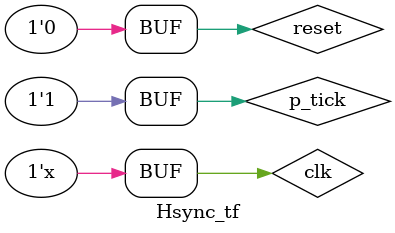
<source format=v>
`timescale 1ns / 1ps
module Hsync_tf;
        reg clk;
        reg reset;
        reg p_tick;
        wire [9:0] pixel_x;
        wire h_end;
        wire hsync;
        wire h_scan_on;
    
        Hsync uut(
            .clk(clk), 
            .reset(reset), 
            .p_tick(p_tick),
            .pixel_x(pixel_x),
            .h_end(h_end),
            .hsync(hsync), 
            .h_scan_on(h_scan_on)
        );
       always #5 clk = ~clk;
    
        initial begin
          clk = 0;
          reset = 1;
          #10
          reset = 0;
          p_tick = 1;
        end    
 
endmodule

</source>
